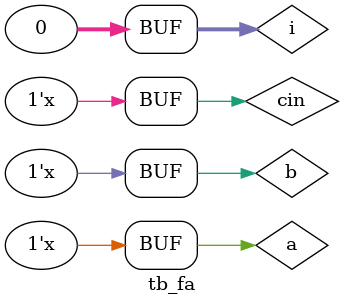
<source format=v>
module tb_fa; 
reg a,b,cin; 
wire sum,cout; 
integer i = 0; 
initial begin 
repeat(8) begin 
a = i[2]; b=i[1]; cin=i[0]; 
#10; 
i=i+1; 
end 
end 
fa fa1(a,b,cin,sum,cout); 
endmodule 

</source>
